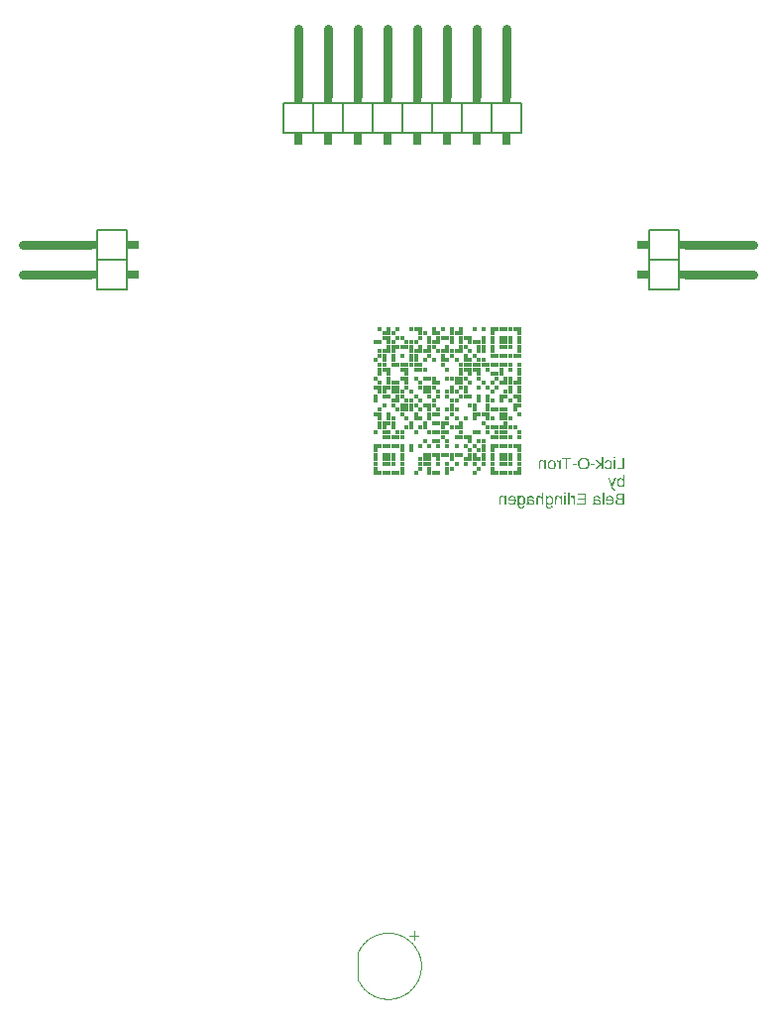
<source format=gbr>
G04 EAGLE Gerber RS-274X export*
G75*
%MOMM*%
%FSLAX34Y34*%
%LPD*%
%INSilkscreen Bottom*%
%IPPOS*%
%AMOC8*
5,1,8,0,0,1.08239X$1,22.5*%
G01*
G04 Define Apertures*
%ADD10R,0.381000X0.381000*%
%ADD11R,0.406400X0.381000*%
%ADD12R,0.381000X0.406400*%
%ADD13R,0.406400X0.406400*%
%ADD14C,0.152400*%
%ADD15C,0.762000*%
%ADD16R,0.762000X0.508000*%
%ADD17R,0.762000X1.016000*%
%ADD18R,0.508000X0.762000*%
%ADD19R,1.016000X0.762000*%
%ADD20C,0.120000*%
G36*
X167320Y735190D02*
X166949Y735200D01*
X166592Y735229D01*
X166246Y735278D01*
X165914Y735346D01*
X165593Y735433D01*
X165285Y735541D01*
X164990Y735667D01*
X164707Y735813D01*
X164439Y735978D01*
X164186Y736159D01*
X163950Y736357D01*
X163729Y736571D01*
X163525Y736803D01*
X163337Y737052D01*
X163165Y737317D01*
X163009Y737599D01*
X162870Y737896D01*
X162750Y738205D01*
X162648Y738525D01*
X162565Y738858D01*
X162500Y739203D01*
X162454Y739560D01*
X162426Y739929D01*
X162417Y740310D01*
X162426Y740692D01*
X162453Y741061D01*
X162499Y741418D01*
X162563Y741761D01*
X162645Y742092D01*
X162746Y742410D01*
X162865Y742714D01*
X163002Y743006D01*
X163156Y743283D01*
X163327Y743543D01*
X163514Y743786D01*
X163717Y744012D01*
X163937Y744221D01*
X164172Y744413D01*
X164425Y744588D01*
X164693Y744747D01*
X164976Y744887D01*
X165271Y745009D01*
X165579Y745111D01*
X165900Y745196D01*
X166232Y745261D01*
X166578Y745308D01*
X166935Y745336D01*
X167306Y745345D01*
X167867Y745325D01*
X168398Y745262D01*
X168896Y745158D01*
X169363Y745012D01*
X169798Y744824D01*
X170201Y744595D01*
X170573Y744324D01*
X170912Y744011D01*
X171216Y743661D01*
X171479Y743280D01*
X171702Y742865D01*
X171884Y742419D01*
X172026Y741940D01*
X172127Y741429D01*
X172188Y740885D01*
X172208Y740310D01*
X172199Y739927D01*
X172172Y739557D01*
X172126Y739198D01*
X172063Y738852D01*
X171981Y738518D01*
X171881Y738196D01*
X171763Y737886D01*
X171627Y737589D01*
X171473Y737306D01*
X171304Y737040D01*
X171117Y736791D01*
X170915Y736560D01*
X170696Y736346D01*
X170461Y736149D01*
X170210Y735969D01*
X169942Y735806D01*
X169660Y735662D01*
X169365Y735537D01*
X169057Y735431D01*
X168735Y735344D01*
X168401Y735277D01*
X168053Y735228D01*
X167693Y735200D01*
X167320Y735190D01*
G37*
%LPC*%
G36*
X167320Y736276D02*
X167723Y736293D01*
X168104Y736344D01*
X168463Y736429D01*
X168798Y736548D01*
X169111Y736701D01*
X169402Y736888D01*
X169669Y737109D01*
X169914Y737365D01*
X170134Y737649D01*
X170323Y737957D01*
X170484Y738289D01*
X170616Y738645D01*
X170718Y739026D01*
X170791Y739430D01*
X170835Y739858D01*
X170849Y740310D01*
X170835Y740764D01*
X170792Y741193D01*
X170719Y741595D01*
X170618Y741971D01*
X170488Y742322D01*
X170329Y742646D01*
X170142Y742944D01*
X169925Y743216D01*
X169682Y743459D01*
X169415Y743670D01*
X169123Y743848D01*
X168808Y743994D01*
X168468Y744107D01*
X168105Y744188D01*
X167717Y744237D01*
X167306Y744253D01*
X166897Y744236D01*
X166513Y744187D01*
X166152Y744105D01*
X165815Y743990D01*
X165501Y743842D01*
X165212Y743662D01*
X164946Y743448D01*
X164704Y743202D01*
X164488Y742927D01*
X164301Y742628D01*
X164142Y742303D01*
X164013Y741954D01*
X163912Y741580D01*
X163840Y741181D01*
X163797Y740758D01*
X163783Y740310D01*
X163797Y739842D01*
X163840Y739401D01*
X163911Y738988D01*
X164011Y738602D01*
X164140Y738243D01*
X164297Y737911D01*
X164482Y737607D01*
X164697Y737330D01*
X164938Y737083D01*
X165203Y736868D01*
X165494Y736687D01*
X165809Y736539D01*
X166150Y736424D01*
X166515Y736341D01*
X166905Y736292D01*
X167320Y736276D01*
G37*
%LPD*%
G36*
X202023Y704850D02*
X198017Y704850D01*
X197602Y704861D01*
X197210Y704896D01*
X196841Y704953D01*
X196496Y705033D01*
X196174Y705136D01*
X195875Y705262D01*
X195600Y705410D01*
X195349Y705582D01*
X195124Y705774D01*
X194929Y705984D01*
X194764Y706213D01*
X194629Y706460D01*
X194524Y706725D01*
X194449Y707009D01*
X194404Y707310D01*
X194389Y707631D01*
X194399Y707872D01*
X194429Y708103D01*
X194479Y708323D01*
X194549Y708533D01*
X194638Y708732D01*
X194748Y708921D01*
X194877Y709099D01*
X195027Y709266D01*
X195117Y709349D01*
X195194Y709420D01*
X195379Y709558D01*
X195580Y709680D01*
X195799Y709787D01*
X196034Y709877D01*
X196286Y709952D01*
X196555Y710011D01*
X196841Y710054D01*
X196623Y710111D01*
X196418Y710180D01*
X196225Y710261D01*
X196046Y710355D01*
X195879Y710461D01*
X195724Y710579D01*
X195662Y710636D01*
X195583Y710710D01*
X195454Y710852D01*
X195339Y711005D01*
X195239Y711167D01*
X195155Y711338D01*
X195086Y711518D01*
X195033Y711706D01*
X194994Y711903D01*
X194971Y712109D01*
X194964Y712323D01*
X194977Y712613D01*
X195018Y712884D01*
X195086Y713137D01*
X195181Y713371D01*
X195303Y713586D01*
X195452Y713783D01*
X195629Y713960D01*
X195832Y714120D01*
X196063Y714260D01*
X196321Y714381D01*
X196606Y714484D01*
X196918Y714569D01*
X197257Y714634D01*
X197623Y714681D01*
X198017Y714709D01*
X198437Y714718D01*
X202023Y714718D01*
X202023Y704850D01*
G37*
%LPC*%
G36*
X200686Y705922D02*
X200686Y709480D01*
X198192Y709480D01*
X197895Y709473D01*
X197618Y709452D01*
X197359Y709418D01*
X197120Y709371D01*
X196900Y709309D01*
X196699Y709234D01*
X196517Y709146D01*
X196354Y709044D01*
X196210Y708928D01*
X196086Y708798D01*
X195980Y708655D01*
X195894Y708499D01*
X195827Y708328D01*
X195779Y708144D01*
X195751Y707947D01*
X195741Y707736D01*
X195750Y707517D01*
X195776Y707312D01*
X195820Y707121D01*
X195881Y706944D01*
X195960Y706781D01*
X196056Y706632D01*
X196170Y706498D01*
X196301Y706377D01*
X196452Y706270D01*
X196623Y706178D01*
X196815Y706099D01*
X197028Y706035D01*
X197262Y705986D01*
X197516Y705950D01*
X197791Y705929D01*
X198087Y705922D01*
X200686Y705922D01*
G37*
G36*
X200686Y710523D02*
X200686Y713647D01*
X198437Y713647D01*
X197950Y713625D01*
X197523Y713561D01*
X197333Y713513D01*
X197158Y713454D01*
X196999Y713384D01*
X196855Y713304D01*
X196727Y713211D01*
X196616Y713104D01*
X196522Y712982D01*
X196445Y712847D01*
X196385Y712697D01*
X196342Y712533D01*
X196317Y712354D01*
X196308Y712162D01*
X196317Y711960D01*
X196341Y711772D01*
X196383Y711597D01*
X196441Y711436D01*
X196515Y711288D01*
X196606Y711154D01*
X196713Y711033D01*
X196837Y710926D01*
X196978Y710831D01*
X197135Y710750D01*
X197310Y710680D01*
X197502Y710624D01*
X197710Y710580D01*
X197936Y710548D01*
X198178Y710529D01*
X198437Y710523D01*
X200686Y710523D01*
G37*
%LPD*%
G36*
X114081Y701873D02*
X113697Y701886D01*
X113337Y701923D01*
X113002Y701986D01*
X112693Y702073D01*
X112408Y702185D01*
X112147Y702323D01*
X111912Y702485D01*
X111701Y702672D01*
X111515Y702884D01*
X111354Y703121D01*
X111218Y703383D01*
X111106Y703670D01*
X111020Y703982D01*
X110958Y704319D01*
X110920Y704680D01*
X110908Y705067D01*
X110908Y710859D01*
X110897Y711847D01*
X110866Y712428D01*
X112064Y712428D01*
X112092Y712262D01*
X112120Y711861D01*
X112148Y711132D01*
X112162Y711132D01*
X112340Y711453D01*
X112551Y711734D01*
X112797Y711976D01*
X113076Y712179D01*
X113385Y712340D01*
X113721Y712455D01*
X114084Y712524D01*
X114473Y712547D01*
X114820Y712532D01*
X115145Y712487D01*
X115447Y712413D01*
X115726Y712308D01*
X115982Y712174D01*
X116215Y712009D01*
X116425Y711815D01*
X116613Y711591D01*
X116778Y711336D01*
X116921Y711047D01*
X117042Y710726D01*
X117140Y710372D01*
X117217Y709984D01*
X117272Y709564D01*
X117305Y709111D01*
X117316Y708625D01*
X117306Y708146D01*
X117276Y707700D01*
X117224Y707287D01*
X117153Y706907D01*
X117061Y706561D01*
X116948Y706247D01*
X116815Y705966D01*
X116662Y705718D01*
X116486Y705502D01*
X116288Y705314D01*
X116067Y705155D01*
X115822Y705025D01*
X115554Y704924D01*
X115264Y704852D01*
X114950Y704808D01*
X114613Y704794D01*
X114209Y704817D01*
X113832Y704886D01*
X113481Y705001D01*
X113156Y705162D01*
X113146Y705169D01*
X112861Y705368D01*
X112599Y705620D01*
X112371Y705916D01*
X112176Y706258D01*
X112162Y706258D01*
X112162Y705039D01*
X112169Y704772D01*
X112191Y704522D01*
X112228Y704289D01*
X112279Y704074D01*
X112346Y703876D01*
X112427Y703695D01*
X112522Y703531D01*
X112633Y703384D01*
X112758Y703255D01*
X112898Y703143D01*
X113052Y703048D01*
X113221Y702971D01*
X113405Y702911D01*
X113604Y702867D01*
X113806Y702843D01*
X113818Y702842D01*
X114046Y702833D01*
X114379Y702851D01*
X114679Y702904D01*
X114945Y702992D01*
X115177Y703117D01*
X115373Y703274D01*
X115531Y703461D01*
X115652Y703678D01*
X115734Y703926D01*
X117001Y703743D01*
X116941Y703526D01*
X116863Y703321D01*
X116770Y703129D01*
X116660Y702949D01*
X116533Y702783D01*
X116391Y702629D01*
X116231Y702488D01*
X116056Y702360D01*
X115864Y702246D01*
X115657Y702147D01*
X115433Y702064D01*
X115194Y701995D01*
X114940Y701942D01*
X114669Y701904D01*
X114383Y701881D01*
X114081Y701873D01*
G37*
%LPC*%
G36*
X114186Y705725D02*
X114427Y705736D01*
X114650Y705768D01*
X114854Y705821D01*
X115040Y705895D01*
X115208Y705991D01*
X115357Y706108D01*
X115488Y706246D01*
X115601Y706405D01*
X115697Y706588D01*
X115781Y706799D01*
X115852Y707037D01*
X115910Y707303D01*
X115956Y707596D01*
X115988Y707916D01*
X116007Y708264D01*
X116014Y708639D01*
X116007Y709018D01*
X115986Y709369D01*
X115952Y709694D01*
X115903Y709991D01*
X115841Y710261D01*
X115766Y710504D01*
X115676Y710720D01*
X115573Y710908D01*
X115454Y711072D01*
X115319Y711215D01*
X115168Y711335D01*
X115000Y711434D01*
X114816Y711510D01*
X114615Y711565D01*
X114398Y711598D01*
X114165Y711609D01*
X113882Y711587D01*
X113614Y711520D01*
X113362Y711410D01*
X113125Y711255D01*
X112908Y711058D01*
X112718Y710822D01*
X112553Y710547D01*
X112414Y710232D01*
X112303Y709882D01*
X112225Y709500D01*
X112177Y709085D01*
X112162Y708639D01*
X112177Y708203D01*
X112225Y707798D01*
X112303Y707424D01*
X112414Y707081D01*
X112553Y706772D01*
X112718Y706502D01*
X112794Y706411D01*
X112910Y706270D01*
X113128Y706076D01*
X113368Y705922D01*
X113624Y705813D01*
X113896Y705747D01*
X114186Y705725D01*
G37*
%LPD*%
G36*
X137987Y701873D02*
X137603Y701886D01*
X137243Y701923D01*
X136909Y701986D01*
X136599Y702073D01*
X136314Y702185D01*
X136054Y702323D01*
X135818Y702485D01*
X135607Y702672D01*
X135422Y702884D01*
X135260Y703121D01*
X135124Y703383D01*
X135013Y703670D01*
X134926Y703982D01*
X134864Y704319D01*
X134827Y704680D01*
X134814Y705067D01*
X134814Y710859D01*
X134804Y711847D01*
X134772Y712428D01*
X135970Y712428D01*
X135998Y712262D01*
X136026Y711861D01*
X136054Y711132D01*
X136068Y711132D01*
X136246Y711453D01*
X136458Y711734D01*
X136703Y711976D01*
X136982Y712179D01*
X137291Y712340D01*
X137627Y712455D01*
X137990Y712524D01*
X138379Y712547D01*
X138727Y712532D01*
X139051Y712487D01*
X139353Y712413D01*
X139632Y712308D01*
X139888Y712174D01*
X140121Y712009D01*
X140331Y711815D01*
X140519Y711591D01*
X140684Y711336D01*
X140827Y711047D01*
X140948Y710726D01*
X141047Y710372D01*
X141124Y709984D01*
X141179Y709564D01*
X141212Y709111D01*
X141223Y708625D01*
X141212Y708146D01*
X141182Y707700D01*
X141131Y707287D01*
X141059Y706907D01*
X140967Y706561D01*
X140854Y706247D01*
X140721Y705966D01*
X140568Y705718D01*
X140393Y705502D01*
X140194Y705314D01*
X139973Y705155D01*
X139728Y705025D01*
X139461Y704924D01*
X139170Y704852D01*
X138856Y704808D01*
X138519Y704794D01*
X138116Y704817D01*
X137738Y704886D01*
X137387Y705001D01*
X137062Y705162D01*
X137052Y705169D01*
X136767Y705368D01*
X136506Y705620D01*
X136277Y705916D01*
X136082Y706258D01*
X136068Y706258D01*
X136068Y705039D01*
X136075Y704772D01*
X136097Y704522D01*
X136134Y704289D01*
X136186Y704074D01*
X136252Y703876D01*
X136333Y703695D01*
X136429Y703531D01*
X136539Y703384D01*
X136664Y703255D01*
X136804Y703143D01*
X136958Y703048D01*
X137128Y702971D01*
X137312Y702911D01*
X137510Y702867D01*
X137712Y702843D01*
X137724Y702842D01*
X137952Y702833D01*
X138285Y702851D01*
X138585Y702904D01*
X138851Y702992D01*
X139083Y703117D01*
X139279Y703274D01*
X139438Y703461D01*
X139558Y703678D01*
X139640Y703926D01*
X140908Y703743D01*
X140847Y703526D01*
X140770Y703321D01*
X140676Y703129D01*
X140566Y702949D01*
X140440Y702783D01*
X140297Y702629D01*
X140138Y702488D01*
X139962Y702360D01*
X139770Y702246D01*
X139563Y702147D01*
X139340Y702064D01*
X139101Y701995D01*
X138846Y701942D01*
X138575Y701904D01*
X138289Y701881D01*
X137987Y701873D01*
G37*
%LPC*%
G36*
X138092Y705725D02*
X138333Y705736D01*
X138556Y705768D01*
X138760Y705821D01*
X138946Y705895D01*
X139114Y705991D01*
X139263Y706108D01*
X139394Y706246D01*
X139507Y706405D01*
X139604Y706588D01*
X139688Y706799D01*
X139759Y707037D01*
X139817Y707303D01*
X139862Y707596D01*
X139894Y707916D01*
X139914Y708264D01*
X139920Y708639D01*
X139913Y709018D01*
X139892Y709369D01*
X139858Y709694D01*
X139810Y709991D01*
X139748Y710261D01*
X139672Y710504D01*
X139582Y710720D01*
X139479Y710908D01*
X139360Y711072D01*
X139225Y711215D01*
X139074Y711335D01*
X138906Y711434D01*
X138722Y711510D01*
X138521Y711565D01*
X138304Y711598D01*
X138071Y711609D01*
X137788Y711587D01*
X137520Y711520D01*
X137268Y711410D01*
X137031Y711255D01*
X136814Y711058D01*
X136624Y710822D01*
X136459Y710547D01*
X136320Y710232D01*
X136210Y709882D01*
X136131Y709500D01*
X136084Y709085D01*
X136068Y708639D01*
X136084Y708203D01*
X136131Y707798D01*
X136210Y707424D01*
X136320Y707081D01*
X136459Y706772D01*
X136625Y706502D01*
X136700Y706411D01*
X136816Y706270D01*
X137034Y706076D01*
X137274Y705922D01*
X137530Y705813D01*
X137803Y705747D01*
X138092Y705725D01*
G37*
%LPD*%
G36*
X198613Y719950D02*
X198275Y719965D01*
X197959Y720012D01*
X197665Y720089D01*
X197393Y720198D01*
X197143Y720337D01*
X196914Y720507D01*
X196707Y720709D01*
X196522Y720941D01*
X196359Y721204D01*
X196217Y721498D01*
X196097Y721824D01*
X195999Y722180D01*
X195923Y722567D01*
X195869Y722985D01*
X195836Y723434D01*
X195825Y723914D01*
X195836Y724389D01*
X195867Y724832D01*
X195920Y725245D01*
X195994Y725626D01*
X196089Y725977D01*
X196205Y726296D01*
X196343Y726584D01*
X196501Y726842D01*
X196682Y727068D01*
X196886Y727265D01*
X197115Y727431D01*
X197367Y727567D01*
X197643Y727672D01*
X197942Y727748D01*
X198265Y727793D01*
X198613Y727808D01*
X199022Y727788D01*
X199398Y727729D01*
X199739Y727631D01*
X200045Y727493D01*
X200320Y727310D01*
X200566Y727075D01*
X200784Y726788D01*
X200973Y726449D01*
X201001Y726449D01*
X200973Y727521D01*
X200973Y730484D01*
X202234Y730484D01*
X202234Y721652D01*
X202244Y720670D01*
X202276Y720090D01*
X201057Y720090D01*
X201015Y720605D01*
X200987Y721267D01*
X200973Y721267D01*
X200781Y720944D01*
X200562Y720669D01*
X200317Y720441D01*
X200045Y720262D01*
X199741Y720125D01*
X199401Y720028D01*
X199025Y719969D01*
X198613Y719950D01*
G37*
%LPC*%
G36*
X198949Y720881D02*
X199207Y720893D01*
X199447Y720926D01*
X199669Y720981D01*
X199871Y721059D01*
X200056Y721159D01*
X200221Y721281D01*
X200368Y721426D01*
X200497Y721592D01*
X200608Y721782D01*
X200705Y721997D01*
X200787Y722235D01*
X200854Y722498D01*
X200906Y722786D01*
X200943Y723098D01*
X200965Y723434D01*
X200973Y723795D01*
X200965Y724177D01*
X200942Y724533D01*
X200904Y724862D01*
X200851Y725164D01*
X200783Y725440D01*
X200699Y725689D01*
X200600Y725911D01*
X200486Y726106D01*
X200355Y726277D01*
X200207Y726425D01*
X200040Y726550D01*
X199855Y726653D01*
X199652Y726732D01*
X199431Y726789D01*
X199192Y726823D01*
X198935Y726835D01*
X198707Y726824D01*
X198495Y726792D01*
X198299Y726738D01*
X198121Y726663D01*
X197958Y726567D01*
X197812Y726449D01*
X197682Y726309D01*
X197569Y726148D01*
X197470Y725963D01*
X197385Y725749D01*
X197313Y725506D01*
X197254Y725236D01*
X197208Y724937D01*
X197175Y724611D01*
X197155Y724255D01*
X197149Y723872D01*
X197155Y723490D01*
X197175Y723136D01*
X197208Y722809D01*
X197255Y722509D01*
X197314Y722237D01*
X197387Y721992D01*
X197473Y721775D01*
X197572Y721585D01*
X197687Y721420D01*
X197817Y721277D01*
X197965Y721156D01*
X198128Y721057D01*
X198309Y720980D01*
X198506Y720925D01*
X198719Y720892D01*
X198949Y720881D01*
G37*
%LPD*%
G36*
X139993Y735190D02*
X139589Y735205D01*
X139209Y735251D01*
X138854Y735327D01*
X138524Y735433D01*
X138218Y735570D01*
X137938Y735738D01*
X137682Y735935D01*
X137451Y736163D01*
X137245Y736423D01*
X137068Y736714D01*
X136917Y737036D01*
X136794Y737391D01*
X136698Y737777D01*
X136630Y738195D01*
X136589Y738645D01*
X136575Y739126D01*
X136588Y739612D01*
X136626Y740065D01*
X136690Y740485D01*
X136780Y740873D01*
X136895Y741227D01*
X137036Y741548D01*
X137202Y741837D01*
X137394Y742092D01*
X137614Y742316D01*
X137862Y742510D01*
X138138Y742675D01*
X138443Y742809D01*
X138777Y742914D01*
X139140Y742988D01*
X139531Y743033D01*
X139951Y743048D01*
X140362Y743033D01*
X140747Y742987D01*
X141105Y742910D01*
X141437Y742803D01*
X141742Y742665D01*
X142021Y742497D01*
X142273Y742297D01*
X142498Y742068D01*
X142698Y741807D01*
X142870Y741516D01*
X143016Y741194D01*
X143135Y740842D01*
X143228Y740459D01*
X143295Y740045D01*
X143334Y739601D01*
X143348Y739126D01*
X143334Y738662D01*
X143295Y738226D01*
X143229Y737819D01*
X143136Y737439D01*
X143017Y737088D01*
X142871Y736764D01*
X142699Y736469D01*
X142500Y736202D01*
X142276Y735965D01*
X142026Y735759D01*
X141750Y735585D01*
X141450Y735443D01*
X141124Y735332D01*
X140772Y735253D01*
X140395Y735206D01*
X139993Y735190D01*
G37*
%LPC*%
G36*
X140007Y736121D02*
X140259Y736133D01*
X140494Y736168D01*
X140711Y736227D01*
X140911Y736310D01*
X141094Y736416D01*
X141259Y736545D01*
X141407Y736698D01*
X141537Y736874D01*
X141651Y737074D01*
X141750Y737297D01*
X141834Y737544D01*
X141902Y737814D01*
X141956Y738107D01*
X141994Y738423D01*
X142016Y738763D01*
X142024Y739126D01*
X142016Y739499D01*
X141993Y739845D01*
X141955Y740167D01*
X141901Y740463D01*
X141831Y740733D01*
X141746Y740978D01*
X141646Y741198D01*
X141530Y741392D01*
X141397Y741562D01*
X141245Y741709D01*
X141074Y741834D01*
X140883Y741935D01*
X140674Y742015D01*
X140445Y742071D01*
X140197Y742105D01*
X139930Y742117D01*
X139665Y742106D01*
X139420Y742072D01*
X139194Y742017D01*
X138989Y741939D01*
X138803Y741839D01*
X138637Y741717D01*
X138491Y741572D01*
X138365Y741406D01*
X138255Y741215D01*
X138161Y740997D01*
X138081Y740752D01*
X138015Y740480D01*
X137964Y740182D01*
X137928Y739857D01*
X137906Y739505D01*
X137899Y739126D01*
X137906Y738752D01*
X137929Y738403D01*
X137967Y738080D01*
X138020Y737783D01*
X138089Y737511D01*
X138173Y737265D01*
X138271Y737045D01*
X138386Y736850D01*
X138517Y736679D01*
X138669Y736531D01*
X138842Y736406D01*
X139034Y736304D01*
X139247Y736224D01*
X139480Y736167D01*
X139733Y736133D01*
X140007Y736121D01*
G37*
%LPD*%
G36*
X122988Y704710D02*
X122547Y704732D01*
X122140Y704800D01*
X121767Y704913D01*
X121430Y705071D01*
X121119Y705283D01*
X120828Y705558D01*
X120557Y705897D01*
X120306Y706300D01*
X120263Y706300D01*
X120225Y705934D01*
X120152Y705620D01*
X120045Y705358D01*
X119903Y705148D01*
X119720Y704987D01*
X119489Y704872D01*
X119210Y704803D01*
X118884Y704780D01*
X118636Y704787D01*
X118392Y704808D01*
X118150Y704843D01*
X117910Y704892D01*
X117910Y705676D01*
X118129Y705640D01*
X118323Y705627D01*
X118513Y705645D01*
X118670Y705698D01*
X118794Y705787D01*
X118884Y705911D01*
X118948Y706070D01*
X118994Y706264D01*
X119022Y706492D01*
X119031Y706755D01*
X119031Y710019D01*
X119042Y710320D01*
X119076Y710602D01*
X119132Y710866D01*
X119211Y711112D01*
X119313Y711340D01*
X119437Y711549D01*
X119583Y711740D01*
X119752Y711913D01*
X119944Y712067D01*
X120157Y712200D01*
X120393Y712312D01*
X120650Y712404D01*
X120930Y712476D01*
X121232Y712527D01*
X121556Y712558D01*
X121902Y712568D01*
X122233Y712560D01*
X122544Y712536D01*
X122837Y712496D01*
X123111Y712440D01*
X123367Y712368D01*
X123604Y712281D01*
X123822Y712177D01*
X124021Y712057D01*
X124202Y711921D01*
X124364Y711769D01*
X124507Y711602D01*
X124631Y711418D01*
X124737Y711218D01*
X124824Y711002D01*
X124892Y710771D01*
X124942Y710523D01*
X123625Y710404D01*
X123568Y710698D01*
X123471Y710949D01*
X123336Y711156D01*
X123163Y711321D01*
X122942Y711447D01*
X122662Y711537D01*
X122325Y711591D01*
X121930Y711609D01*
X121727Y711602D01*
X121538Y711584D01*
X121363Y711553D01*
X121202Y711509D01*
X121055Y711453D01*
X120922Y711384D01*
X120803Y711303D01*
X120698Y711209D01*
X120606Y711101D01*
X120526Y710977D01*
X120459Y710836D01*
X120404Y710679D01*
X120361Y710505D01*
X120330Y710315D01*
X120312Y710109D01*
X120306Y709886D01*
X120306Y709472D01*
X122007Y709444D01*
X122423Y709425D01*
X122810Y709387D01*
X123166Y709330D01*
X123493Y709255D01*
X123790Y709162D01*
X124058Y709051D01*
X124296Y708921D01*
X124504Y708772D01*
X124686Y708606D01*
X124843Y708423D01*
X124976Y708223D01*
X125085Y708005D01*
X125169Y707771D01*
X125230Y707519D01*
X125266Y707251D01*
X125278Y706965D01*
X125269Y706710D01*
X125242Y706468D01*
X125197Y706240D01*
X125135Y706027D01*
X125054Y705827D01*
X124955Y705641D01*
X124838Y705470D01*
X124704Y705312D01*
X124551Y705171D01*
X124381Y705049D01*
X124193Y704945D01*
X123988Y704861D01*
X123764Y704795D01*
X123523Y704748D01*
X123265Y704719D01*
X122988Y704710D01*
G37*
%LPC*%
G36*
X122701Y705655D02*
X122991Y705676D01*
X123246Y705739D01*
X123466Y705845D01*
X123650Y705992D01*
X123795Y706177D01*
X123899Y706398D01*
X123962Y706653D01*
X123983Y706944D01*
X123967Y707214D01*
X123921Y707457D01*
X123845Y707673D01*
X123737Y707862D01*
X123601Y708025D01*
X123439Y708166D01*
X123250Y708284D01*
X123033Y708380D01*
X122777Y708454D01*
X122467Y708509D01*
X122103Y708545D01*
X121685Y708562D01*
X120306Y708590D01*
X120306Y707967D01*
X120325Y707678D01*
X120383Y707393D01*
X120481Y707112D01*
X120617Y706836D01*
X120787Y706575D01*
X120986Y706344D01*
X121213Y706143D01*
X121468Y705971D01*
X121747Y705833D01*
X122046Y705734D01*
X122364Y705675D01*
X122701Y705655D01*
G37*
%LPD*%
G36*
X179582Y704710D02*
X179140Y704732D01*
X178733Y704800D01*
X178361Y704913D01*
X178023Y705071D01*
X177713Y705283D01*
X177422Y705558D01*
X177151Y705897D01*
X176899Y706300D01*
X176857Y706300D01*
X176819Y705934D01*
X176746Y705620D01*
X176639Y705358D01*
X176497Y705148D01*
X176313Y704987D01*
X176082Y704872D01*
X175804Y704803D01*
X175477Y704780D01*
X175230Y704787D01*
X174985Y704808D01*
X174743Y704843D01*
X174504Y704892D01*
X174504Y705676D01*
X174723Y705640D01*
X174917Y705627D01*
X175107Y705645D01*
X175264Y705698D01*
X175387Y705787D01*
X175477Y705911D01*
X175542Y706070D01*
X175588Y706264D01*
X175615Y706492D01*
X175625Y706755D01*
X175625Y710019D01*
X175636Y710320D01*
X175670Y710602D01*
X175726Y710866D01*
X175805Y711112D01*
X175906Y711340D01*
X176030Y711549D01*
X176177Y711740D01*
X176346Y711913D01*
X176537Y712067D01*
X176751Y712200D01*
X176986Y712312D01*
X177244Y712404D01*
X177524Y712476D01*
X177826Y712527D01*
X178150Y712558D01*
X178496Y712568D01*
X178826Y712560D01*
X179138Y712536D01*
X179431Y712496D01*
X179705Y712440D01*
X179961Y712368D01*
X180197Y712281D01*
X180415Y712177D01*
X180615Y712057D01*
X180795Y711921D01*
X180957Y711769D01*
X181100Y711602D01*
X181225Y711418D01*
X181331Y711218D01*
X181418Y711002D01*
X181486Y710771D01*
X181536Y710523D01*
X180219Y710404D01*
X180161Y710698D01*
X180065Y710949D01*
X179930Y711156D01*
X179757Y711321D01*
X179535Y711447D01*
X179256Y711537D01*
X178919Y711591D01*
X178524Y711609D01*
X178321Y711602D01*
X178132Y711584D01*
X177957Y711553D01*
X177796Y711509D01*
X177649Y711453D01*
X177516Y711384D01*
X177397Y711303D01*
X177291Y711209D01*
X177200Y711101D01*
X177120Y710977D01*
X177052Y710836D01*
X176997Y710679D01*
X176954Y710505D01*
X176924Y710315D01*
X176905Y710109D01*
X176899Y709886D01*
X176899Y709472D01*
X178601Y709444D01*
X179017Y709425D01*
X179403Y709387D01*
X179760Y709330D01*
X180087Y709255D01*
X180384Y709162D01*
X180652Y709051D01*
X180890Y708921D01*
X181098Y708772D01*
X181279Y708606D01*
X181437Y708423D01*
X181570Y708223D01*
X181678Y708005D01*
X181763Y707771D01*
X181824Y707519D01*
X181860Y707251D01*
X181872Y706965D01*
X181863Y706710D01*
X181836Y706468D01*
X181791Y706240D01*
X181728Y706027D01*
X181648Y705827D01*
X181549Y705641D01*
X181432Y705470D01*
X181298Y705312D01*
X181145Y705171D01*
X180975Y705049D01*
X180787Y704945D01*
X180582Y704861D01*
X180358Y704795D01*
X180117Y704748D01*
X179858Y704719D01*
X179582Y704710D01*
G37*
%LPC*%
G36*
X179295Y705655D02*
X179585Y705676D01*
X179840Y705739D01*
X180060Y705845D01*
X180244Y705992D01*
X180389Y706177D01*
X180493Y706398D01*
X180555Y706653D01*
X180576Y706944D01*
X180561Y707214D01*
X180515Y707457D01*
X180438Y707673D01*
X180331Y707862D01*
X180195Y708025D01*
X180033Y708166D01*
X179843Y708284D01*
X179627Y708380D01*
X179371Y708454D01*
X179061Y708509D01*
X178697Y708545D01*
X178279Y708562D01*
X176899Y708590D01*
X176899Y707967D01*
X176919Y707678D01*
X176977Y707393D01*
X177075Y707112D01*
X177211Y706836D01*
X177381Y706575D01*
X177580Y706344D01*
X177806Y706143D01*
X178062Y705971D01*
X178341Y705833D01*
X178640Y705734D01*
X178958Y705675D01*
X179295Y705655D01*
G37*
%LPD*%
G36*
X169336Y704850D02*
X161562Y704850D01*
X161562Y705943D01*
X167998Y705943D01*
X167998Y709381D01*
X162269Y709381D01*
X162269Y710460D01*
X167998Y710460D01*
X167998Y713626D01*
X161849Y713626D01*
X161849Y714718D01*
X169336Y714718D01*
X169336Y704850D01*
G37*
G36*
X105902Y704710D02*
X105607Y704717D01*
X105327Y704738D01*
X105059Y704773D01*
X104805Y704822D01*
X104565Y704885D01*
X104338Y704962D01*
X104125Y705053D01*
X103925Y705158D01*
X103739Y705277D01*
X103566Y705410D01*
X103407Y705557D01*
X103261Y705718D01*
X103129Y705894D01*
X103010Y706083D01*
X102905Y706286D01*
X102813Y706503D01*
X103920Y706818D01*
X104027Y706577D01*
X104175Y706358D01*
X104362Y706160D01*
X104589Y705985D01*
X104856Y705841D01*
X105164Y705738D01*
X105512Y705676D01*
X105902Y705655D01*
X106153Y705666D01*
X106389Y705700D01*
X106609Y705755D01*
X106814Y705832D01*
X107003Y705932D01*
X107177Y706053D01*
X107335Y706197D01*
X107478Y706363D01*
X107604Y706549D01*
X107714Y706754D01*
X107806Y706977D01*
X107882Y707219D01*
X107941Y707480D01*
X107983Y707759D01*
X108009Y708057D01*
X108017Y708373D01*
X102610Y708373D01*
X102610Y708541D01*
X102623Y709029D01*
X102662Y709485D01*
X102728Y709910D01*
X102819Y710303D01*
X102936Y710665D01*
X103080Y710995D01*
X103250Y711294D01*
X103445Y711561D01*
X103667Y711797D01*
X103915Y712002D01*
X104189Y712175D01*
X104489Y712316D01*
X104816Y712427D01*
X105168Y712505D01*
X105546Y712552D01*
X105951Y712568D01*
X106347Y712553D01*
X106720Y712506D01*
X107069Y712427D01*
X107395Y712318D01*
X107697Y712177D01*
X107975Y712005D01*
X108230Y711801D01*
X108462Y711567D01*
X108668Y711303D01*
X108846Y711011D01*
X108997Y710692D01*
X109121Y710346D01*
X109217Y709973D01*
X109286Y709572D01*
X109327Y709144D01*
X109341Y708688D01*
X109327Y708210D01*
X109286Y707761D01*
X109217Y707344D01*
X109121Y706956D01*
X108997Y706600D01*
X108846Y706273D01*
X108668Y705977D01*
X108462Y705711D01*
X108229Y705477D01*
X107972Y705273D01*
X107690Y705101D01*
X107382Y704960D01*
X107050Y704851D01*
X106692Y704773D01*
X106310Y704726D01*
X105902Y704710D01*
G37*
%LPC*%
G36*
X108003Y709339D02*
X107985Y709600D01*
X107951Y709847D01*
X107902Y710079D01*
X107838Y710296D01*
X107758Y710500D01*
X107662Y710689D01*
X107551Y710863D01*
X107425Y711024D01*
X107285Y711167D01*
X107133Y711292D01*
X106970Y711397D01*
X106794Y711483D01*
X106606Y711550D01*
X106407Y711598D01*
X106195Y711627D01*
X105972Y711637D01*
X105742Y711628D01*
X105527Y711602D01*
X105325Y711559D01*
X105137Y711499D01*
X104962Y711422D01*
X104802Y711327D01*
X104655Y711216D01*
X104522Y711087D01*
X104402Y710939D01*
X104295Y710771D01*
X104200Y710583D01*
X104118Y710375D01*
X104048Y710147D01*
X103990Y709898D01*
X103945Y709629D01*
X103913Y709339D01*
X108003Y709339D01*
G37*
%LPD*%
G36*
X189589Y704710D02*
X189295Y704717D01*
X189014Y704738D01*
X188747Y704773D01*
X188493Y704822D01*
X188252Y704885D01*
X188026Y704962D01*
X187812Y705053D01*
X187613Y705158D01*
X187426Y705277D01*
X187253Y705410D01*
X187094Y705557D01*
X186948Y705718D01*
X186816Y705894D01*
X186698Y706083D01*
X186592Y706286D01*
X186501Y706503D01*
X187607Y706818D01*
X187715Y706577D01*
X187862Y706358D01*
X188049Y706160D01*
X188276Y705985D01*
X188543Y705841D01*
X188851Y705738D01*
X189200Y705676D01*
X189589Y705655D01*
X189841Y705666D01*
X190077Y705700D01*
X190297Y705755D01*
X190502Y705832D01*
X190691Y705932D01*
X190864Y706053D01*
X191023Y706197D01*
X191165Y706363D01*
X191292Y706549D01*
X191401Y706754D01*
X191494Y706977D01*
X191570Y707219D01*
X191629Y707480D01*
X191671Y707759D01*
X191696Y708057D01*
X191704Y708373D01*
X186298Y708373D01*
X186298Y708541D01*
X186311Y709029D01*
X186350Y709485D01*
X186415Y709910D01*
X186506Y710303D01*
X186624Y710665D01*
X186767Y710995D01*
X186937Y711294D01*
X187133Y711561D01*
X187355Y711797D01*
X187603Y712002D01*
X187877Y712175D01*
X188177Y712316D01*
X188503Y712427D01*
X188855Y712505D01*
X189234Y712552D01*
X189638Y712568D01*
X190035Y712553D01*
X190407Y712506D01*
X190756Y712427D01*
X191082Y712318D01*
X191384Y712177D01*
X191663Y712005D01*
X191918Y711801D01*
X192149Y711567D01*
X192355Y711303D01*
X192534Y711011D01*
X192685Y710692D01*
X192808Y710346D01*
X192905Y709973D01*
X192973Y709572D01*
X193014Y709144D01*
X193028Y708688D01*
X193014Y708210D01*
X192973Y707761D01*
X192905Y707344D01*
X192808Y706956D01*
X192685Y706600D01*
X192534Y706273D01*
X192355Y705977D01*
X192149Y705711D01*
X191917Y705477D01*
X191660Y705273D01*
X191377Y705101D01*
X191070Y704960D01*
X190737Y704851D01*
X190380Y704773D01*
X189997Y704726D01*
X189589Y704710D01*
G37*
%LPC*%
G36*
X191690Y709339D02*
X191672Y709600D01*
X191639Y709847D01*
X191590Y710079D01*
X191525Y710296D01*
X191445Y710500D01*
X191350Y710689D01*
X191239Y710863D01*
X191113Y711024D01*
X190973Y711167D01*
X190821Y711292D01*
X190657Y711397D01*
X190481Y711483D01*
X190294Y711550D01*
X190094Y711598D01*
X189883Y711627D01*
X189659Y711637D01*
X189430Y711628D01*
X189214Y711602D01*
X189012Y711559D01*
X188824Y711499D01*
X188650Y711422D01*
X188489Y711327D01*
X188343Y711216D01*
X188210Y711087D01*
X188090Y710939D01*
X187982Y710771D01*
X187888Y710583D01*
X187805Y710375D01*
X187735Y710147D01*
X187678Y709898D01*
X187633Y709629D01*
X187600Y709339D01*
X191690Y709339D01*
G37*
%LPD*%
G36*
X128078Y704850D02*
X126810Y704850D01*
X126810Y709900D01*
X126820Y710247D01*
X126847Y710569D01*
X126893Y710865D01*
X126957Y711135D01*
X127039Y711379D01*
X127139Y711597D01*
X127258Y711789D01*
X127395Y711955D01*
X127552Y712099D01*
X127728Y712223D01*
X127925Y712329D01*
X128142Y712415D01*
X128379Y712482D01*
X128637Y712530D01*
X128915Y712559D01*
X129213Y712568D01*
X129631Y712547D01*
X130012Y712481D01*
X130355Y712373D01*
X130659Y712221D01*
X130934Y712023D01*
X131189Y711776D01*
X131423Y711479D01*
X131636Y711132D01*
X131657Y711132D01*
X131626Y711658D01*
X131601Y712540D01*
X131601Y715244D01*
X132862Y715244D01*
X132862Y704850D01*
X131601Y704850D01*
X131601Y709318D01*
X131593Y709573D01*
X131568Y709813D01*
X131526Y710041D01*
X131467Y710255D01*
X131392Y710456D01*
X131300Y710643D01*
X131191Y710818D01*
X131065Y710978D01*
X130926Y711123D01*
X130775Y711248D01*
X130614Y711354D01*
X130441Y711441D01*
X130257Y711508D01*
X130063Y711556D01*
X129857Y711585D01*
X129640Y711595D01*
X129359Y711583D01*
X129109Y711549D01*
X128893Y711492D01*
X128708Y711413D01*
X128552Y711309D01*
X128420Y711179D01*
X128311Y711023D01*
X128225Y710842D01*
X128161Y710622D01*
X128115Y710351D01*
X128087Y710028D01*
X128078Y709655D01*
X128078Y704850D01*
G37*
G36*
X179141Y735330D02*
X177663Y735330D01*
X180899Y739651D01*
X177824Y742908D01*
X179302Y742908D01*
X182629Y739231D01*
X182629Y745724D01*
X183890Y745724D01*
X183890Y735330D01*
X182629Y735330D01*
X182629Y738026D01*
X181705Y738790D01*
X179141Y735330D01*
G37*
G36*
X193894Y717113D02*
X193590Y717132D01*
X193303Y717186D01*
X193031Y717277D01*
X192776Y717404D01*
X192535Y717568D01*
X192305Y717770D01*
X192085Y718009D01*
X191876Y718287D01*
X191669Y718621D01*
X191454Y719033D01*
X191232Y719523D01*
X191001Y720090D01*
X188087Y727668D01*
X189418Y727668D01*
X191078Y722842D01*
X191568Y721463D01*
X191855Y722331D01*
X192171Y723245D01*
X192255Y723480D01*
X193852Y727668D01*
X195196Y727668D01*
X192192Y720125D01*
X192311Y719824D01*
X192490Y719418D01*
X192685Y719067D01*
X192894Y718770D01*
X193120Y718526D01*
X193360Y718337D01*
X193616Y718202D01*
X193887Y718121D01*
X194029Y718101D01*
X194174Y718094D01*
X194482Y718104D01*
X194762Y718136D01*
X194762Y717190D01*
X194370Y717133D01*
X193894Y717113D01*
G37*
G36*
X96203Y704850D02*
X94935Y704850D01*
X94935Y709900D01*
X94945Y710244D01*
X94972Y710564D01*
X95017Y710858D01*
X95080Y711126D01*
X95161Y711370D01*
X95260Y711588D01*
X95378Y711781D01*
X95513Y711948D01*
X95668Y712094D01*
X95844Y712220D01*
X96041Y712326D01*
X96258Y712413D01*
X96497Y712481D01*
X96756Y712529D01*
X97037Y712558D01*
X97338Y712568D01*
X97744Y712548D01*
X98116Y712487D01*
X98453Y712385D01*
X98756Y712242D01*
X99033Y712051D01*
X99293Y711802D01*
X99535Y711496D01*
X99761Y711132D01*
X99782Y711132D01*
X99807Y711885D01*
X99824Y712239D01*
X99838Y712428D01*
X101029Y712428D01*
X101010Y712217D01*
X100997Y711877D01*
X100987Y710810D01*
X100987Y704850D01*
X99726Y704850D01*
X99726Y709241D01*
X99718Y709510D01*
X99693Y709764D01*
X99652Y710003D01*
X99595Y710227D01*
X99521Y710436D01*
X99431Y710629D01*
X99324Y710808D01*
X99201Y710971D01*
X99063Y711117D01*
X98914Y711244D01*
X98753Y711351D01*
X98579Y711439D01*
X98394Y711507D01*
X98196Y711556D01*
X97987Y711585D01*
X97765Y711595D01*
X97472Y711583D01*
X97217Y711549D01*
X96999Y711492D01*
X96819Y711413D01*
X96669Y711307D01*
X96541Y711173D01*
X96435Y711009D01*
X96350Y710817D01*
X96286Y710590D01*
X96240Y710320D01*
X96212Y710008D01*
X96203Y709655D01*
X96203Y704850D01*
G37*
G36*
X130203Y735330D02*
X128935Y735330D01*
X128935Y740380D01*
X128945Y740724D01*
X128972Y741044D01*
X129017Y741338D01*
X129080Y741606D01*
X129161Y741850D01*
X129260Y742068D01*
X129378Y742261D01*
X129513Y742428D01*
X129668Y742574D01*
X129844Y742700D01*
X130041Y742806D01*
X130258Y742893D01*
X130497Y742961D01*
X130756Y743009D01*
X131037Y743038D01*
X131338Y743048D01*
X131744Y743028D01*
X132116Y742967D01*
X132453Y742865D01*
X132756Y742722D01*
X133033Y742531D01*
X133293Y742282D01*
X133535Y741976D01*
X133761Y741612D01*
X133782Y741612D01*
X133807Y742365D01*
X133824Y742719D01*
X133838Y742908D01*
X135029Y742908D01*
X135010Y742697D01*
X134997Y742357D01*
X134987Y741290D01*
X134987Y735330D01*
X133726Y735330D01*
X133726Y739721D01*
X133718Y739990D01*
X133693Y740244D01*
X133652Y740483D01*
X133595Y740707D01*
X133521Y740916D01*
X133431Y741109D01*
X133324Y741288D01*
X133201Y741451D01*
X133063Y741597D01*
X132914Y741724D01*
X132753Y741831D01*
X132579Y741919D01*
X132394Y741987D01*
X132196Y742036D01*
X131987Y742065D01*
X131765Y742075D01*
X131472Y742063D01*
X131217Y742029D01*
X130999Y741972D01*
X130819Y741893D01*
X130669Y741787D01*
X130541Y741653D01*
X130435Y741489D01*
X130350Y741297D01*
X130286Y741070D01*
X130240Y740800D01*
X130212Y740488D01*
X130203Y740135D01*
X130203Y735330D01*
G37*
G36*
X144016Y704850D02*
X142748Y704850D01*
X142748Y709900D01*
X142757Y710244D01*
X142784Y710564D01*
X142829Y710858D01*
X142892Y711126D01*
X142974Y711370D01*
X143073Y711588D01*
X143190Y711781D01*
X143326Y711948D01*
X143481Y712094D01*
X143656Y712220D01*
X143853Y712326D01*
X144071Y712413D01*
X144309Y712481D01*
X144569Y712529D01*
X144849Y712558D01*
X145150Y712568D01*
X145557Y712548D01*
X145929Y712487D01*
X146266Y712385D01*
X146569Y712242D01*
X146845Y712051D01*
X147105Y711802D01*
X147348Y711496D01*
X147574Y711132D01*
X147595Y711132D01*
X147619Y711885D01*
X147637Y712239D01*
X147651Y712428D01*
X148841Y712428D01*
X148823Y712217D01*
X148810Y711877D01*
X148799Y710810D01*
X148799Y704850D01*
X147539Y704850D01*
X147539Y709241D01*
X147530Y709510D01*
X147506Y709764D01*
X147465Y710003D01*
X147407Y710227D01*
X147333Y710436D01*
X147243Y710629D01*
X147136Y710808D01*
X147013Y710971D01*
X146876Y711117D01*
X146727Y711244D01*
X146565Y711351D01*
X146392Y711439D01*
X146206Y711507D01*
X146009Y711556D01*
X145799Y711585D01*
X145578Y711595D01*
X145285Y711583D01*
X145029Y711549D01*
X144812Y711492D01*
X144632Y711413D01*
X144482Y711307D01*
X144354Y711173D01*
X144247Y711009D01*
X144163Y710817D01*
X144098Y710590D01*
X144052Y710320D01*
X144025Y710008D01*
X144016Y709655D01*
X144016Y704850D01*
G37*
G36*
X153238Y735330D02*
X151907Y735330D01*
X151907Y744106D01*
X148517Y744106D01*
X148517Y745198D01*
X156628Y745198D01*
X156628Y744106D01*
X153238Y744106D01*
X153238Y735330D01*
G37*
G36*
X188171Y735190D02*
X187876Y735200D01*
X187595Y735231D01*
X187326Y735282D01*
X187071Y735353D01*
X186829Y735444D01*
X186600Y735556D01*
X186384Y735689D01*
X186182Y735841D01*
X185995Y736011D01*
X185829Y736195D01*
X185683Y736392D01*
X185557Y736603D01*
X185450Y736828D01*
X185363Y737067D01*
X185297Y737319D01*
X185250Y737585D01*
X186525Y737669D01*
X186599Y737316D01*
X186717Y737011D01*
X186877Y736755D01*
X187082Y736549D01*
X187321Y736389D01*
X187588Y736276D01*
X187883Y736207D01*
X188206Y736184D01*
X188438Y736196D01*
X188655Y736230D01*
X188857Y736287D01*
X189044Y736367D01*
X189216Y736469D01*
X189373Y736594D01*
X189515Y736742D01*
X189641Y736913D01*
X189753Y737107D01*
X189850Y737326D01*
X189932Y737569D01*
X189999Y737837D01*
X190051Y738130D01*
X190088Y738447D01*
X190110Y738788D01*
X190118Y739154D01*
X190111Y739534D01*
X190090Y739885D01*
X190055Y740208D01*
X190006Y740502D01*
X189943Y740768D01*
X189866Y741006D01*
X189775Y741215D01*
X189669Y741395D01*
X189549Y741551D01*
X189411Y741686D01*
X189256Y741801D01*
X189083Y741894D01*
X188893Y741967D01*
X188686Y742019D01*
X188461Y742050D01*
X188220Y742061D01*
X187873Y742037D01*
X187568Y741968D01*
X187306Y741852D01*
X187085Y741689D01*
X186904Y741488D01*
X186761Y741253D01*
X186656Y740987D01*
X186588Y740688D01*
X185292Y740786D01*
X185350Y741043D01*
X185426Y741286D01*
X185519Y741515D01*
X185631Y741730D01*
X185760Y741930D01*
X185907Y742116D01*
X186072Y742288D01*
X186255Y742446D01*
X186453Y742587D01*
X186663Y742709D01*
X186886Y742813D01*
X187121Y742898D01*
X187368Y742963D01*
X187628Y743011D01*
X187900Y743039D01*
X188185Y743048D01*
X188566Y743032D01*
X188924Y742985D01*
X189259Y742907D01*
X189571Y742797D01*
X189861Y742656D01*
X190128Y742483D01*
X190373Y742279D01*
X190594Y742043D01*
X190791Y741778D01*
X190962Y741484D01*
X191106Y741162D01*
X191224Y740811D01*
X191316Y740433D01*
X191382Y740025D01*
X191421Y739590D01*
X191434Y739126D01*
X191421Y738659D01*
X191382Y738221D01*
X191317Y737811D01*
X191225Y737430D01*
X191108Y737078D01*
X190964Y736755D01*
X190794Y736461D01*
X190597Y736195D01*
X190376Y735959D01*
X190132Y735755D01*
X189864Y735583D01*
X189572Y735441D01*
X189257Y735331D01*
X188919Y735253D01*
X188556Y735206D01*
X188171Y735190D01*
G37*
G36*
X202023Y735330D02*
X195699Y735330D01*
X195699Y736423D01*
X200686Y736423D01*
X200686Y745198D01*
X202023Y745198D01*
X202023Y735330D01*
G37*
G36*
X155202Y704850D02*
X153942Y704850D01*
X153942Y715244D01*
X155202Y715244D01*
X155202Y704850D01*
G37*
G36*
X184702Y704850D02*
X183442Y704850D01*
X183442Y715244D01*
X184702Y715244D01*
X184702Y704850D01*
G37*
G36*
X147737Y735330D02*
X146476Y735330D01*
X146476Y739280D01*
X146470Y739586D01*
X146450Y739874D01*
X146418Y740143D01*
X146373Y740395D01*
X146315Y740628D01*
X146244Y740842D01*
X146160Y741039D01*
X146063Y741217D01*
X145954Y741375D01*
X145833Y741512D01*
X145701Y741629D01*
X145557Y741724D01*
X145401Y741798D01*
X145234Y741850D01*
X145055Y741882D01*
X144865Y741893D01*
X144487Y741875D01*
X144193Y741823D01*
X144193Y742978D01*
X144450Y743031D01*
X144704Y743048D01*
X145041Y743026D01*
X145338Y742959D01*
X145594Y742847D01*
X145811Y742691D01*
X146001Y742474D01*
X146180Y742180D01*
X146348Y741809D01*
X146504Y741360D01*
X146532Y741360D01*
X146588Y742908D01*
X147779Y742908D01*
X147747Y741984D01*
X147737Y741143D01*
X147737Y735330D01*
G37*
G36*
X159955Y704850D02*
X158695Y704850D01*
X158695Y708800D01*
X158688Y709106D01*
X158669Y709394D01*
X158637Y709663D01*
X158592Y709915D01*
X158533Y710148D01*
X158462Y710362D01*
X158378Y710559D01*
X158282Y710737D01*
X158172Y710895D01*
X158052Y711032D01*
X157919Y711149D01*
X157776Y711244D01*
X157620Y711318D01*
X157453Y711370D01*
X157274Y711402D01*
X157084Y711413D01*
X156706Y711395D01*
X156412Y711343D01*
X156412Y712498D01*
X156669Y712551D01*
X156923Y712568D01*
X157260Y712546D01*
X157557Y712479D01*
X157813Y712367D01*
X158029Y712211D01*
X158220Y711994D01*
X158399Y711700D01*
X158567Y711329D01*
X158723Y710880D01*
X158751Y710880D01*
X158807Y712428D01*
X159998Y712428D01*
X159966Y711504D01*
X159955Y710663D01*
X159955Y704850D01*
G37*
G36*
X152022Y704850D02*
X150761Y704850D01*
X150761Y712428D01*
X152022Y712428D01*
X152022Y704850D01*
G37*
G36*
X194272Y735330D02*
X193011Y735330D01*
X193011Y742908D01*
X194272Y742908D01*
X194272Y735330D01*
G37*
G36*
X161094Y738580D02*
X157592Y738580D01*
X157592Y739700D01*
X161094Y739700D01*
X161094Y738580D01*
G37*
G36*
X177031Y738580D02*
X173530Y738580D01*
X173530Y739700D01*
X177031Y739700D01*
X177031Y738580D01*
G37*
G36*
X152022Y714039D02*
X150761Y714039D01*
X150761Y715244D01*
X152022Y715244D01*
X152022Y714039D01*
G37*
G36*
X194272Y744519D02*
X193011Y744519D01*
X193011Y745724D01*
X194272Y745724D01*
X194272Y744519D01*
G37*
D10*
X112395Y732155D03*
X108585Y732155D03*
X104775Y732155D03*
D11*
X100838Y732155D03*
D10*
X96901Y732155D03*
X93091Y732155D03*
X89281Y732155D03*
X73787Y732155D03*
D11*
X50800Y732155D03*
D10*
X43053Y732155D03*
X39243Y732155D03*
X35433Y732155D03*
D11*
X23876Y732155D03*
D10*
X12319Y732155D03*
X8509Y732155D03*
X4699Y732155D03*
D11*
X762Y732155D03*
D10*
X-3175Y732155D03*
X-6985Y732155D03*
X-10795Y732155D03*
X112395Y735965D03*
X89281Y735965D03*
D11*
X77724Y735965D03*
D10*
X54737Y735965D03*
D11*
X50800Y735965D03*
D10*
X35433Y735965D03*
X27813Y735965D03*
X12319Y735965D03*
X-10795Y735965D03*
X112395Y739775D03*
X104775Y739775D03*
D11*
X100838Y739775D03*
D10*
X96901Y739775D03*
X89281Y739775D03*
X81661Y739775D03*
X73787Y739775D03*
X66167Y739775D03*
X58547Y739775D03*
D11*
X50800Y739775D03*
D10*
X43053Y739775D03*
X35433Y739775D03*
X31623Y739775D03*
X27813Y739775D03*
X12319Y739775D03*
X4699Y739775D03*
D11*
X762Y739775D03*
D10*
X-3175Y739775D03*
X-10795Y739775D03*
D12*
X112395Y743712D03*
X104775Y743712D03*
D13*
X100838Y743712D03*
D12*
X96901Y743712D03*
X89281Y743712D03*
X81661Y743712D03*
D13*
X77724Y743712D03*
D12*
X73787Y743712D03*
X69977Y743712D03*
X66167Y743712D03*
X54737Y743712D03*
X43053Y743712D03*
X35433Y743712D03*
X31623Y743712D03*
X27813Y743712D03*
X12319Y743712D03*
X4699Y743712D03*
D13*
X762Y743712D03*
D12*
X-3175Y743712D03*
X-10795Y743712D03*
D10*
X112395Y747649D03*
X104775Y747649D03*
D11*
X100838Y747649D03*
D10*
X96901Y747649D03*
X89281Y747649D03*
X81661Y747649D03*
X73787Y747649D03*
X69977Y747649D03*
X62357Y747649D03*
X58547Y747649D03*
X54737Y747649D03*
D11*
X50800Y747649D03*
D10*
X46863Y747649D03*
X43053Y747649D03*
X39243Y747649D03*
X35433Y747649D03*
X31623Y747649D03*
X12319Y747649D03*
X4699Y747649D03*
D11*
X762Y747649D03*
D10*
X-3175Y747649D03*
X-10795Y747649D03*
X112395Y751459D03*
X89281Y751459D03*
X81661Y751459D03*
D11*
X77724Y751459D03*
D10*
X69977Y751459D03*
X19939Y751459D03*
X12319Y751459D03*
X-10795Y751459D03*
X112395Y755269D03*
X108585Y755269D03*
X104775Y755269D03*
D11*
X100838Y755269D03*
D10*
X96901Y755269D03*
X93091Y755269D03*
X89281Y755269D03*
X81661Y755269D03*
X73787Y755269D03*
X66167Y755269D03*
X58547Y755269D03*
D11*
X50800Y755269D03*
D10*
X43053Y755269D03*
X35433Y755269D03*
X27813Y755269D03*
X19939Y755269D03*
X12319Y755269D03*
X8509Y755269D03*
X4699Y755269D03*
D11*
X762Y755269D03*
D10*
X-3175Y755269D03*
X-6985Y755269D03*
X-10795Y755269D03*
X81661Y759079D03*
D11*
X77724Y759079D03*
D10*
X69977Y759079D03*
D11*
X50800Y759079D03*
D10*
X43053Y759079D03*
X39243Y759079D03*
X31623Y759079D03*
X112395Y762889D03*
X104775Y762889D03*
D11*
X100838Y762889D03*
D10*
X96901Y762889D03*
X93091Y762889D03*
X89281Y762889D03*
X69977Y762889D03*
X66167Y762889D03*
X62357Y762889D03*
X58547Y762889D03*
X46863Y762889D03*
X12319Y762889D03*
X8509Y762889D03*
X4699Y762889D03*
D11*
X762Y762889D03*
D10*
X-3175Y762889D03*
D12*
X112395Y766826D03*
D13*
X100838Y766826D03*
D12*
X96901Y766826D03*
X93091Y766826D03*
X85471Y766826D03*
D13*
X77724Y766826D03*
D12*
X73787Y766826D03*
X62357Y766826D03*
D13*
X50800Y766826D03*
D12*
X46863Y766826D03*
X43053Y766826D03*
X39243Y766826D03*
X35433Y766826D03*
D13*
X23876Y766826D03*
D12*
X12319Y766826D03*
X8509Y766826D03*
D13*
X762Y766826D03*
D12*
X-3175Y766826D03*
X-10795Y766826D03*
D10*
X108585Y770763D03*
X104775Y770763D03*
D11*
X100838Y770763D03*
D10*
X96901Y770763D03*
X93091Y770763D03*
X89281Y770763D03*
X85471Y770763D03*
X62357Y770763D03*
X58547Y770763D03*
X54737Y770763D03*
X46863Y770763D03*
X31623Y770763D03*
X27813Y770763D03*
X19939Y770763D03*
X16129Y770763D03*
X4699Y770763D03*
X-3175Y770763D03*
X-6985Y770763D03*
D11*
X100838Y774573D03*
D10*
X81661Y774573D03*
X62357Y774573D03*
D11*
X50800Y774573D03*
D10*
X46863Y774573D03*
X43053Y774573D03*
X39243Y774573D03*
X31623Y774573D03*
X19939Y774573D03*
X4699Y774573D03*
D11*
X762Y774573D03*
D10*
X-3175Y774573D03*
X-6985Y774573D03*
X104775Y778383D03*
D11*
X100838Y778383D03*
D10*
X96901Y778383D03*
X89281Y778383D03*
X85471Y778383D03*
X73787Y778383D03*
X66167Y778383D03*
X58547Y778383D03*
D11*
X50800Y778383D03*
D10*
X35433Y778383D03*
X27813Y778383D03*
D11*
X23876Y778383D03*
D10*
X16129Y778383D03*
X4699Y778383D03*
D11*
X762Y778383D03*
D10*
X-6985Y778383D03*
X112395Y782193D03*
D11*
X100838Y782193D03*
D10*
X96901Y782193D03*
X85471Y782193D03*
X81661Y782193D03*
D11*
X77724Y782193D03*
D10*
X73787Y782193D03*
X54737Y782193D03*
X43053Y782193D03*
X39243Y782193D03*
X35433Y782193D03*
D11*
X23876Y782193D03*
D10*
X12319Y782193D03*
D11*
X762Y782193D03*
D10*
X-6985Y782193D03*
X-10795Y782193D03*
X108585Y786003D03*
D11*
X100838Y786003D03*
D10*
X96901Y786003D03*
X93091Y786003D03*
X89281Y786003D03*
X85471Y786003D03*
X73787Y786003D03*
X58547Y786003D03*
X54737Y786003D03*
D11*
X50800Y786003D03*
D10*
X43053Y786003D03*
X35433Y786003D03*
X27813Y786003D03*
X19939Y786003D03*
X16129Y786003D03*
X12319Y786003D03*
X8509Y786003D03*
X-6985Y786003D03*
X112395Y789813D03*
X108585Y789813D03*
X85471Y789813D03*
X73787Y789813D03*
X69977Y789813D03*
X54737Y789813D03*
X39243Y789813D03*
X35433Y789813D03*
X31623Y789813D03*
D11*
X23876Y789813D03*
D10*
X19939Y789813D03*
X16129Y789813D03*
X12319Y789813D03*
X4699Y789813D03*
X-3175Y789813D03*
D12*
X112395Y793750D03*
X104775Y793750D03*
X96901Y793750D03*
X89281Y793750D03*
X85471Y793750D03*
D13*
X77724Y793750D03*
D12*
X58547Y793750D03*
X54737Y793750D03*
X39243Y793750D03*
X27813Y793750D03*
X19939Y793750D03*
X16129Y793750D03*
X8509Y793750D03*
X4699Y793750D03*
X-10795Y793750D03*
D10*
X112395Y797687D03*
X108585Y797687D03*
D11*
X100838Y797687D03*
D10*
X96901Y797687D03*
X85471Y797687D03*
D11*
X77724Y797687D03*
D10*
X69977Y797687D03*
X66167Y797687D03*
X62357Y797687D03*
D11*
X50800Y797687D03*
D10*
X43053Y797687D03*
X35433Y797687D03*
D11*
X23876Y797687D03*
D10*
X12319Y797687D03*
X8509Y797687D03*
D11*
X762Y797687D03*
D10*
X-3175Y797687D03*
X-10795Y797687D03*
X112395Y801497D03*
X104775Y801497D03*
D11*
X100838Y801497D03*
D10*
X89281Y801497D03*
X66167Y801497D03*
X58547Y801497D03*
X54737Y801497D03*
D11*
X50800Y801497D03*
D10*
X43053Y801497D03*
X35433Y801497D03*
X31623Y801497D03*
X19939Y801497D03*
X12319Y801497D03*
X8509Y801497D03*
X4699Y801497D03*
X-3175Y801497D03*
X-6985Y801497D03*
X112395Y805307D03*
X104775Y805307D03*
X93091Y805307D03*
X85471Y805307D03*
D11*
X77724Y805307D03*
D10*
X66167Y805307D03*
X62357Y805307D03*
X54737Y805307D03*
X39243Y805307D03*
X35433Y805307D03*
X31623Y805307D03*
X27813Y805307D03*
X16129Y805307D03*
X8509Y805307D03*
X4699Y805307D03*
D11*
X762Y805307D03*
D10*
X-3175Y805307D03*
X-6985Y805307D03*
X-10795Y805307D03*
X112395Y809117D03*
X108585Y809117D03*
X104775Y809117D03*
D11*
X100838Y809117D03*
D10*
X96901Y809117D03*
X89281Y809117D03*
X81661Y809117D03*
X69977Y809117D03*
X62357Y809117D03*
X58547Y809117D03*
X43053Y809117D03*
X39243Y809117D03*
X27813Y809117D03*
X16129Y809117D03*
X8509Y809117D03*
X4699Y809117D03*
D11*
X762Y809117D03*
D10*
X-6985Y809117D03*
X112395Y812927D03*
X104775Y812927D03*
D11*
X100838Y812927D03*
D10*
X93091Y812927D03*
D11*
X77724Y812927D03*
D10*
X66167Y812927D03*
X62357Y812927D03*
X58547Y812927D03*
X54737Y812927D03*
D11*
X50800Y812927D03*
D10*
X39243Y812927D03*
X35433Y812927D03*
X31623Y812927D03*
D11*
X23876Y812927D03*
D10*
X16129Y812927D03*
X12319Y812927D03*
D11*
X762Y812927D03*
D10*
X-10795Y812927D03*
X112395Y816737D03*
X96901Y816737D03*
X93091Y816737D03*
X89281Y816737D03*
D11*
X77724Y816737D03*
D10*
X69977Y816737D03*
X62357Y816737D03*
X16129Y816737D03*
D11*
X762Y816737D03*
D10*
X-6985Y816737D03*
D12*
X112395Y820674D03*
X104775Y820674D03*
X96901Y820674D03*
X85471Y820674D03*
D13*
X77724Y820674D03*
D12*
X73787Y820674D03*
X69977Y820674D03*
X66167Y820674D03*
X62357Y820674D03*
D13*
X50800Y820674D03*
D12*
X31623Y820674D03*
X27813Y820674D03*
D13*
X23876Y820674D03*
D12*
X16129Y820674D03*
X12319Y820674D03*
D13*
X762Y820674D03*
D12*
X-3175Y820674D03*
X-6985Y820674D03*
D10*
X112395Y824611D03*
X104775Y824611D03*
D11*
X100838Y824611D03*
D10*
X96901Y824611D03*
X93091Y824611D03*
X89281Y824611D03*
X85471Y824611D03*
X81661Y824611D03*
D11*
X77724Y824611D03*
D10*
X73787Y824611D03*
X69977Y824611D03*
X66167Y824611D03*
X62357Y824611D03*
X46863Y824611D03*
X27813Y824611D03*
D11*
X23876Y824611D03*
D10*
X19939Y824611D03*
X16129Y824611D03*
X12319Y824611D03*
X8509Y824611D03*
X4699Y824611D03*
X-3175Y824611D03*
X-6985Y824611D03*
X81661Y828421D03*
D11*
X77724Y828421D03*
D10*
X69977Y828421D03*
X66167Y828421D03*
X58547Y828421D03*
D11*
X50800Y828421D03*
D10*
X46863Y828421D03*
X39243Y828421D03*
X31623Y828421D03*
D11*
X23876Y828421D03*
D10*
X19939Y828421D03*
X4699Y828421D03*
X-3175Y828421D03*
X-10795Y828421D03*
X112395Y832231D03*
X108585Y832231D03*
X104775Y832231D03*
D11*
X100838Y832231D03*
D10*
X96901Y832231D03*
X93091Y832231D03*
X89281Y832231D03*
X73787Y832231D03*
X66167Y832231D03*
X54737Y832231D03*
X46863Y832231D03*
X35433Y832231D03*
D11*
X23876Y832231D03*
D10*
X19939Y832231D03*
X12319Y832231D03*
X4699Y832231D03*
X-3175Y832231D03*
X-6985Y832231D03*
X112395Y836041D03*
X89281Y836041D03*
X81661Y836041D03*
D11*
X77724Y836041D03*
D10*
X69977Y836041D03*
X62357Y836041D03*
X58547Y836041D03*
X54737Y836041D03*
D11*
X50800Y836041D03*
D10*
X46863Y836041D03*
X43053Y836041D03*
X35433Y836041D03*
X31623Y836041D03*
X27813Y836041D03*
D11*
X23876Y836041D03*
D10*
X19939Y836041D03*
X4699Y836041D03*
D11*
X762Y836041D03*
D10*
X-3175Y836041D03*
X-6985Y836041D03*
X112395Y839851D03*
X104775Y839851D03*
D11*
X100838Y839851D03*
D10*
X96901Y839851D03*
X89281Y839851D03*
X81661Y839851D03*
D11*
X77724Y839851D03*
D10*
X66167Y839851D03*
X62357Y839851D03*
D11*
X50800Y839851D03*
D10*
X39243Y839851D03*
X35433Y839851D03*
X27813Y839851D03*
X19939Y839851D03*
X16129Y839851D03*
X12319Y839851D03*
X8509Y839851D03*
X4699Y839851D03*
D11*
X762Y839851D03*
D12*
X112395Y843788D03*
X104775Y843788D03*
D13*
X100838Y843788D03*
D12*
X96901Y843788D03*
X89281Y843788D03*
X81661Y843788D03*
D13*
X77724Y843788D03*
D12*
X73787Y843788D03*
X69977Y843788D03*
X62357Y843788D03*
X54737Y843788D03*
X43053Y843788D03*
X39243Y843788D03*
X35433Y843788D03*
D13*
X23876Y843788D03*
D12*
X19939Y843788D03*
X16129Y843788D03*
X4699Y843788D03*
D13*
X762Y843788D03*
D12*
X-6985Y843788D03*
X-10795Y843788D03*
D10*
X112395Y847725D03*
X104775Y847725D03*
D11*
X100838Y847725D03*
D10*
X96901Y847725D03*
X89281Y847725D03*
X81661Y847725D03*
X69977Y847725D03*
X66167Y847725D03*
X62357Y847725D03*
X54737Y847725D03*
D11*
X50800Y847725D03*
D10*
X46863Y847725D03*
X43053Y847725D03*
X35433Y847725D03*
X27813Y847725D03*
X12319Y847725D03*
X8509Y847725D03*
D11*
X762Y847725D03*
D10*
X-3175Y847725D03*
X112395Y851535D03*
X89281Y851535D03*
X62357Y851535D03*
X58547Y851535D03*
X54737Y851535D03*
X43053Y851535D03*
X39243Y851535D03*
X31623Y851535D03*
X27813Y851535D03*
X4699Y851535D03*
D11*
X762Y851535D03*
D10*
X-3175Y851535D03*
X112395Y855345D03*
X108585Y855345D03*
X104775Y855345D03*
D11*
X100838Y855345D03*
D10*
X96901Y855345D03*
X93091Y855345D03*
X89281Y855345D03*
X81661Y855345D03*
X73787Y855345D03*
X62357Y855345D03*
X54737Y855345D03*
X46863Y855345D03*
X39243Y855345D03*
X27813Y855345D03*
D11*
X23876Y855345D03*
D10*
X19939Y855345D03*
X8509Y855345D03*
D11*
X762Y855345D03*
D10*
X-6985Y855345D03*
D14*
X88900Y1022350D02*
X114300Y1022350D01*
X88900Y1022350D02*
X88900Y1047750D01*
X114300Y1047750D01*
X114300Y1022350D01*
D15*
X101600Y1054100D02*
X101600Y1111250D01*
D14*
X88900Y1022350D02*
X63500Y1022350D01*
X63500Y1047750D01*
X88900Y1047750D01*
D15*
X76200Y1054100D02*
X76200Y1111250D01*
D14*
X63500Y1022350D02*
X38100Y1022350D01*
X38100Y1047750D01*
X63500Y1047750D01*
D15*
X50800Y1054100D02*
X50800Y1111250D01*
D14*
X38100Y1022350D02*
X12700Y1022350D01*
X12700Y1047750D01*
X38100Y1047750D01*
D15*
X25400Y1054100D02*
X25400Y1111250D01*
D14*
X12700Y1022350D02*
X-12700Y1022350D01*
X-12700Y1047750D01*
X12700Y1047750D01*
D15*
X0Y1054100D02*
X0Y1111250D01*
D14*
X-12700Y1022350D02*
X-38100Y1022350D01*
X-38100Y1047750D01*
X-12700Y1047750D01*
D15*
X-25400Y1054100D02*
X-25400Y1111250D01*
D14*
X-38100Y1022350D02*
X-63500Y1022350D01*
X-63500Y1047750D01*
X-38100Y1047750D01*
D15*
X-50800Y1054100D02*
X-50800Y1111250D01*
D14*
X-63500Y1022350D02*
X-88900Y1022350D01*
X-88900Y1047750D01*
X-63500Y1047750D01*
D15*
X-76200Y1054100D02*
X-76200Y1111250D01*
D16*
X101600Y1050290D03*
X76200Y1050290D03*
X50800Y1050290D03*
X25400Y1050290D03*
X0Y1050290D03*
X-25400Y1050290D03*
X-50800Y1050290D03*
X-76200Y1050290D03*
D17*
X101600Y1017270D03*
X76200Y1017270D03*
X50800Y1017270D03*
X25400Y1017270D03*
X0Y1017270D03*
X-25400Y1017270D03*
X-50800Y1017270D03*
X-76200Y1017270D03*
D14*
X-222888Y939800D02*
X-222888Y914400D01*
X-248288Y914400D01*
X-248288Y939800D01*
X-222888Y939800D01*
D15*
X-254638Y927100D02*
X-311788Y927100D01*
D14*
X-222888Y914400D02*
X-222888Y889000D01*
X-248288Y889000D01*
X-248288Y914400D01*
D15*
X-254638Y901700D02*
X-311788Y901700D01*
D18*
X-250828Y927100D03*
X-250828Y901700D03*
D19*
X-217808Y927100D03*
X-217808Y901700D03*
D14*
X222888Y889000D02*
X222888Y914400D01*
X248288Y914400D01*
X248288Y889000D01*
X222888Y889000D01*
D15*
X254638Y901700D02*
X311788Y901700D01*
D14*
X222888Y914400D02*
X222888Y939800D01*
X248288Y939800D01*
X248288Y914400D01*
D15*
X254638Y927100D02*
X311788Y927100D01*
D18*
X250828Y901700D03*
X250828Y927100D03*
D19*
X217808Y901700D03*
X217808Y927100D03*
D20*
X28250Y311150D02*
X28242Y311841D01*
X28216Y312531D01*
X28174Y313221D01*
X28115Y313909D01*
X28039Y314596D01*
X27946Y315281D01*
X27837Y315963D01*
X27711Y316643D01*
X27568Y317319D01*
X27409Y317991D01*
X27234Y318659D01*
X27042Y319323D01*
X26834Y319982D01*
X26610Y320636D01*
X26370Y321284D01*
X26114Y321926D01*
X25843Y322561D01*
X25556Y323190D01*
X25254Y323811D01*
X24937Y324425D01*
X24605Y325031D01*
X24258Y325629D01*
X23896Y326217D01*
X23521Y326797D01*
X23131Y327368D01*
X22727Y327929D01*
X22310Y328480D01*
X21880Y329020D01*
X21436Y329550D01*
X20980Y330069D01*
X20511Y330576D01*
X20029Y331072D01*
X19536Y331556D01*
X19031Y332028D01*
X18515Y332487D01*
X17988Y332933D01*
X17449Y333367D01*
X16901Y333787D01*
X16342Y334193D01*
X15774Y334586D01*
X15196Y334965D01*
X14609Y335329D01*
X14013Y335679D01*
X13409Y336015D01*
X12797Y336335D01*
X12177Y336641D01*
X11550Y336931D01*
X10916Y337206D01*
X10275Y337465D01*
X9629Y337708D01*
X8976Y337936D01*
X8319Y338147D01*
X7656Y338343D01*
X6988Y338522D01*
X6317Y338685D01*
X5642Y338831D01*
X4963Y338961D01*
X4281Y339074D01*
X3597Y339170D01*
X2911Y339250D01*
X2223Y339312D01*
X1533Y339358D01*
X843Y339387D01*
X152Y339400D01*
X-539Y339395D01*
X-1230Y339373D01*
X-1920Y339335D01*
X-2608Y339279D01*
X-3295Y339207D01*
X-3981Y339118D01*
X-4664Y339012D01*
X-5344Y338890D01*
X-6020Y338751D01*
X-6694Y338596D01*
X-7363Y338424D01*
X-8028Y338235D01*
X-8688Y338031D01*
X-9343Y337810D01*
X-9992Y337574D01*
X-10635Y337322D01*
X-11272Y337054D01*
X-11902Y336770D01*
X-12525Y336472D01*
X-13141Y336158D01*
X-13748Y335829D01*
X-14348Y335485D01*
X-14939Y335127D01*
X-15521Y334754D01*
X-16093Y334368D01*
X-16656Y333967D01*
X-17210Y333553D01*
X-17752Y333125D01*
X-18284Y332685D01*
X-18806Y332231D01*
X-19316Y331765D01*
X-19814Y331286D01*
X-20301Y330796D01*
X-20775Y330293D01*
X-21237Y329779D01*
X-21686Y329254D01*
X-22122Y328719D01*
X-22546Y328172D01*
X-22955Y327616D01*
X-23351Y327050D01*
X-23733Y326474D01*
X-24101Y325889D01*
X-24454Y325295D01*
X-24792Y324692D01*
X-25116Y324082D01*
X-25425Y323464D01*
X-25425Y298836D02*
X-25116Y298218D01*
X-24792Y297608D01*
X-24454Y297005D01*
X-24101Y296411D01*
X-23733Y295826D01*
X-23351Y295250D01*
X-22955Y294684D01*
X-22546Y294128D01*
X-22122Y293581D01*
X-21686Y293046D01*
X-21237Y292521D01*
X-20775Y292007D01*
X-20301Y291504D01*
X-19814Y291014D01*
X-19316Y290535D01*
X-18806Y290069D01*
X-18284Y289615D01*
X-17752Y289175D01*
X-17210Y288747D01*
X-16656Y288333D01*
X-16093Y287932D01*
X-15521Y287546D01*
X-14939Y287173D01*
X-14348Y286815D01*
X-13748Y286471D01*
X-13141Y286142D01*
X-12525Y285828D01*
X-11902Y285530D01*
X-11272Y285246D01*
X-10635Y284978D01*
X-9992Y284726D01*
X-9343Y284490D01*
X-8688Y284269D01*
X-8028Y284065D01*
X-7363Y283876D01*
X-6694Y283704D01*
X-6020Y283549D01*
X-5344Y283410D01*
X-4664Y283288D01*
X-3981Y283182D01*
X-3295Y283093D01*
X-2608Y283021D01*
X-1920Y282965D01*
X-1230Y282927D01*
X-539Y282905D01*
X152Y282900D01*
X843Y282913D01*
X1533Y282942D01*
X2223Y282988D01*
X2911Y283050D01*
X3597Y283130D01*
X4281Y283226D01*
X4963Y283339D01*
X5642Y283469D01*
X6317Y283615D01*
X6988Y283778D01*
X7656Y283957D01*
X8319Y284153D01*
X8976Y284364D01*
X9629Y284592D01*
X10275Y284835D01*
X10916Y285094D01*
X11550Y285369D01*
X12177Y285659D01*
X12797Y285965D01*
X13409Y286285D01*
X14013Y286621D01*
X14609Y286971D01*
X15196Y287335D01*
X15774Y287714D01*
X16342Y288107D01*
X16901Y288513D01*
X17449Y288933D01*
X17988Y289367D01*
X18515Y289813D01*
X19031Y290272D01*
X19536Y290744D01*
X20029Y291228D01*
X20511Y291724D01*
X20980Y292231D01*
X21436Y292750D01*
X21880Y293280D01*
X22310Y293820D01*
X22727Y294371D01*
X23131Y294932D01*
X23521Y295503D01*
X23896Y296083D01*
X24258Y296671D01*
X24605Y297269D01*
X24937Y297875D01*
X25254Y298489D01*
X25556Y299110D01*
X25843Y299739D01*
X26114Y300374D01*
X26370Y301016D01*
X26610Y301664D01*
X26834Y302318D01*
X27042Y302977D01*
X27234Y303641D01*
X27409Y304309D01*
X27568Y304981D01*
X27711Y305657D01*
X27837Y306337D01*
X27946Y307019D01*
X28039Y307704D01*
X28115Y308391D01*
X28174Y309079D01*
X28216Y309769D01*
X28242Y310459D01*
X28250Y311150D01*
X-25425Y323464D02*
X-25425Y298836D01*
X18446Y337096D02*
X25946Y337096D01*
X22196Y340846D02*
X22196Y333346D01*
M02*

</source>
